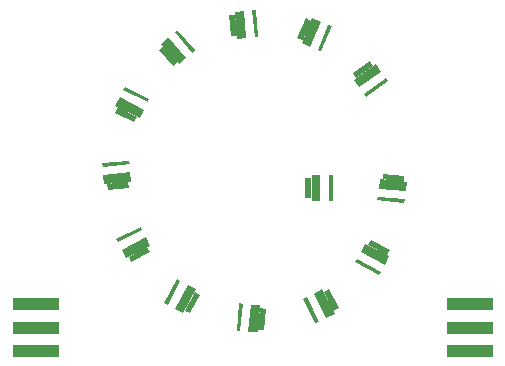
<source format=gts>
G04 #@! TF.FileFunction,Soldermask,Top*
%FSLAX46Y46*%
G04 Gerber Fmt 4.6, Leading zero omitted, Abs format (unit mm)*
G04 Created by KiCad (PCBNEW 4.0.0-rc2-stable) date 3/3/2016 3:44:06 PM*
%MOMM*%
G01*
G04 APERTURE LIST*
%ADD10C,0.150000*%
%ADD11R,0.500000X1.800000*%
%ADD12R,0.320000X2.300000*%
%ADD13R,0.800000X2.300000*%
%ADD14R,4.000000X1.000000*%
%ADD15C,0.600000*%
G04 APERTURE END LIST*
D10*
D11*
X72110120Y-36377056D03*
D12*
X74010120Y-36377056D03*
D13*
X72760120Y-36377056D03*
D10*
G36*
X78447541Y-35139679D02*
X80237777Y-35326909D01*
X80185769Y-35824197D01*
X78395533Y-35636967D01*
X78447541Y-35139679D01*
X78447541Y-35139679D01*
G37*
G36*
X77991905Y-37092881D02*
X80279429Y-37332119D01*
X80246143Y-37650383D01*
X77958619Y-37411145D01*
X77991905Y-37092881D01*
X77991905Y-37092881D01*
G37*
G36*
X78146889Y-35610963D02*
X80434413Y-35850201D01*
X80351199Y-36645861D01*
X78063675Y-36406623D01*
X78146889Y-35610963D01*
X78146889Y-35610963D01*
G37*
G36*
X77392801Y-40739216D02*
X78979954Y-41588302D01*
X78744097Y-42029178D01*
X77156944Y-41180092D01*
X77392801Y-40739216D01*
X77392801Y-40739216D01*
G37*
G36*
X76233652Y-42375972D02*
X78261680Y-43460915D01*
X78110732Y-43743076D01*
X76082704Y-42658133D01*
X76233652Y-42375972D01*
X76233652Y-42375972D01*
G37*
G36*
X76936507Y-41062163D02*
X78964535Y-42147106D01*
X78587163Y-42852507D01*
X76559135Y-41767564D01*
X76936507Y-41062163D01*
X76936507Y-41062163D01*
G37*
G36*
X73862821Y-44942951D02*
X74665569Y-46554036D01*
X74218045Y-46777021D01*
X73415297Y-45165936D01*
X73862821Y-44942951D01*
X73862821Y-44942951D01*
G37*
G36*
X71970184Y-45606671D02*
X72995917Y-47665280D01*
X72709502Y-47807991D01*
X71683769Y-45749382D01*
X71970184Y-45606671D01*
X71970184Y-45606671D01*
G37*
G36*
X73303805Y-44942174D02*
X74329537Y-47000783D01*
X73613499Y-47357560D01*
X72587767Y-45298951D01*
X73303805Y-44942174D01*
X73303805Y-44942174D01*
G37*
G36*
X68516541Y-46593996D02*
X68352880Y-48386541D01*
X67854951Y-48341080D01*
X68018612Y-46548535D01*
X68516541Y-46593996D01*
X68516541Y-46593996D01*
G37*
G36*
X66557514Y-46164097D02*
X66348393Y-48454570D01*
X66029718Y-48425475D01*
X66238839Y-46135002D01*
X66557514Y-46164097D01*
X66557514Y-46164097D01*
G37*
G36*
X68041342Y-46299571D02*
X67832221Y-48590045D01*
X67035534Y-48517307D01*
X67244655Y-46226833D01*
X68041342Y-46299571D01*
X68041342Y-46299571D01*
G37*
G36*
X62915995Y-45399740D02*
X62063230Y-46984919D01*
X61622903Y-46748040D01*
X62475668Y-45162861D01*
X62915995Y-45399740D01*
X62915995Y-45399740D01*
G37*
G36*
X61281932Y-44236796D02*
X60192287Y-46262302D01*
X59910478Y-46110700D01*
X61000123Y-44085194D01*
X61281932Y-44236796D01*
X61281932Y-44236796D01*
G37*
G36*
X62594108Y-44942697D02*
X61504464Y-46968203D01*
X60799940Y-46589197D01*
X61889584Y-44563691D01*
X62594108Y-44942697D01*
X62594108Y-44942697D01*
G37*
G36*
X58714499Y-41809371D02*
X57106884Y-42619045D01*
X56881975Y-42172485D01*
X58489590Y-41362811D01*
X58714499Y-41809371D01*
X58714499Y-41809371D01*
G37*
G36*
X58042640Y-39919607D02*
X55988465Y-40954191D01*
X55844522Y-40668393D01*
X57898697Y-39633809D01*
X58042640Y-39919607D01*
X58042640Y-39919607D01*
G37*
G36*
X58712870Y-41250356D02*
X56658695Y-42284940D01*
X56298840Y-41570444D01*
X58353015Y-40535860D01*
X58712870Y-41250356D01*
X58712870Y-41250356D01*
G37*
G36*
X56899843Y-36357031D02*
X55106481Y-36511475D01*
X55063581Y-36013319D01*
X56856943Y-35858875D01*
X56899843Y-36357031D01*
X56899843Y-36357031D01*
G37*
G36*
X56978175Y-34352920D02*
X54686657Y-34550264D01*
X54659201Y-34231444D01*
X56950719Y-34034100D01*
X56978175Y-34352920D01*
X56978175Y-34352920D01*
G37*
G36*
X57106020Y-35837425D02*
X54814502Y-36034769D01*
X54745860Y-35237719D01*
X57037378Y-35040375D01*
X57106020Y-35837425D01*
X57106020Y-35837425D01*
G37*
G36*
X57373567Y-30779144D02*
X55765269Y-29970827D01*
X55989801Y-29524078D01*
X57598099Y-30332395D01*
X57373567Y-30779144D01*
X57373567Y-30779144D01*
G37*
G36*
X58490581Y-29113347D02*
X56435533Y-28080498D01*
X56579233Y-27794579D01*
X58634281Y-28827428D01*
X58490581Y-29113347D01*
X58490581Y-29113347D01*
G37*
G36*
X57821474Y-30444661D02*
X55766426Y-29411812D01*
X56125678Y-28697013D01*
X58180726Y-29729862D01*
X57821474Y-30444661D01*
X57821474Y-30444661D01*
G37*
G36*
X60612740Y-26018087D02*
X59440225Y-24652360D01*
X59819594Y-24326661D01*
X60992109Y-25692388D01*
X60612740Y-26018087D01*
X60612740Y-26018087D01*
G37*
G36*
X62285476Y-24911491D02*
X60787262Y-23166396D01*
X61030058Y-22957949D01*
X62528272Y-24703044D01*
X62285476Y-24911491D01*
X62285476Y-24911491D01*
G37*
G36*
X61154958Y-25882072D02*
X59656745Y-24136977D01*
X60263734Y-23615860D01*
X61761947Y-25360955D01*
X61154958Y-25882072D01*
X61154958Y-25882072D01*
G37*
G36*
X65552016Y-23514909D02*
X65384443Y-21722727D01*
X65882272Y-21676179D01*
X66049845Y-23468361D01*
X65552016Y-23514909D01*
X65552016Y-23514909D01*
G37*
G36*
X67556648Y-23578562D02*
X67342526Y-21288551D01*
X67661136Y-21258760D01*
X67875258Y-23548771D01*
X67556648Y-23578562D01*
X67556648Y-23578562D01*
G37*
G36*
X66073119Y-23717275D02*
X65858997Y-21427264D01*
X66655523Y-21352787D01*
X66869645Y-23642798D01*
X66073119Y-23717275D01*
X66073119Y-23717275D01*
G37*
G36*
X71172268Y-23653356D02*
X71874026Y-21995787D01*
X72334462Y-22190720D01*
X71632704Y-23848289D01*
X71172268Y-23653356D01*
X71172268Y-23653356D01*
G37*
G36*
X72907337Y-24659406D02*
X73804028Y-22541401D01*
X74098707Y-22666158D01*
X73202016Y-24784163D01*
X72907337Y-24659406D01*
X72907337Y-24659406D01*
G37*
G36*
X71535238Y-24078507D02*
X72431929Y-21960502D01*
X73168626Y-22272395D01*
X72271935Y-24390400D01*
X71535238Y-24078507D01*
X71535238Y-24078507D01*
G37*
G36*
X75861873Y-26621138D02*
X77337803Y-25590783D01*
X77624013Y-26000764D01*
X76148083Y-27031119D01*
X75861873Y-26621138D01*
X75861873Y-26621138D01*
G37*
G36*
X76795997Y-28395965D02*
X78681907Y-27079401D01*
X78865081Y-27341789D01*
X76979171Y-28658353D01*
X76795997Y-28395965D01*
X76795997Y-28395965D01*
G37*
G36*
X75943092Y-27174224D02*
X77829003Y-25857660D01*
X78286938Y-26513628D01*
X76401027Y-27830192D01*
X75943092Y-27174224D01*
X75943092Y-27174224D01*
G37*
D14*
X85757630Y-50192207D03*
X85757630Y-48192207D03*
X85757630Y-46192207D03*
D15*
X84757630Y-50192207D03*
X84757630Y-48192207D03*
X84757630Y-46192207D03*
D14*
X49020840Y-46192207D03*
X49020840Y-48192207D03*
X49020840Y-50192207D03*
D15*
X50020840Y-46192207D03*
X50020840Y-48192207D03*
X50020840Y-50192207D03*
M02*

</source>
